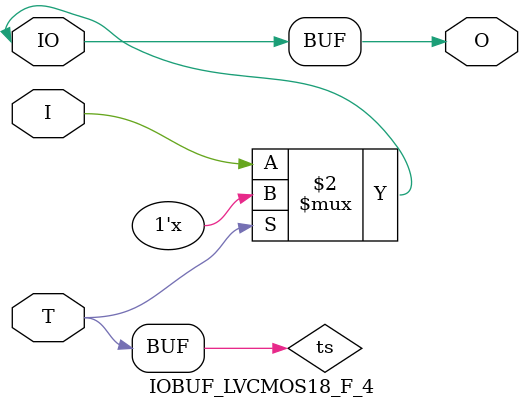
<source format=v>

/*

FUNCTION    : INPUT TRI-STATE OUTPUT BUFFER

*/

`celldefine
`timescale  100 ps / 10 ps

module IOBUF_LVCMOS18_F_4 (O, IO, I, T);

    output O;

    inout  IO;

    input  I, T;

    or O1 (ts, 1'b0, T);
    bufif0 T1 (IO, I, ts);

    buf B1 (O, IO);

endmodule

</source>
